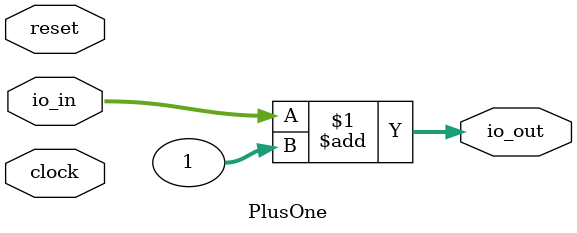
<source format=v>
module PlusOne(
  input         clock,
  input         reset,
  input  [31:0] io_in,
  output [31:0] io_out
);
  assign io_out = io_in + 32'h1; // @[Module.scala 20:19]
endmodule

</source>
